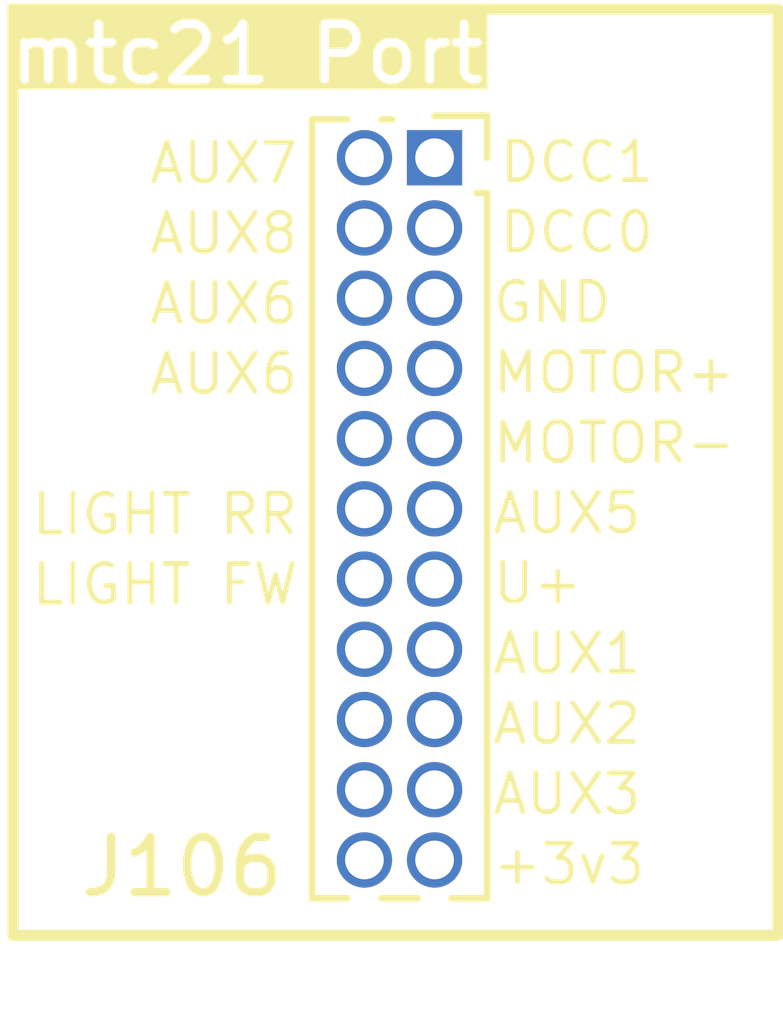
<source format=kicad_pcb>
(kicad_pcb (version 20240108) (generator "pcbnew") (generator_version "8.0")
  (layers (0 "F.Cu" signal) (31 "B.Cu" signal) (34 "B.Paste" user) (35 "F.Paste" user) (36 "B.SilkS" user "B.Silkscreen") (37 "F.SilkS" user "F.Silkscreen") (38 "B.Mask" user) (39 "F.Mask" user) (44 "Edge.Cuts" user))
  (net 0 "")
  (net 2 "/AUX7")
  (net 3 "/AMP_F0_F")
  (net 4 "/+3V3")
  (net 5 "/AUX8")
  (net 6 "/DCC1")
  (net 7 "/GND")
  (net 8 "/AMP_MOTOR1")
  (net 9 "/AMP_F0_R")
  (net 10 "/SPEAKER1")
  (net 11 "/AMP_AUX2")
  (net 12 "/AUX4")
  (net 13 "/AUX5")
  (net 14 "/SPEAKER0")
  (net 15 "/AMP_MOTOR0")
  (net 16 "/AMP_AUX3")
  (net 17 "/AMP_AUX1")
  (net 18 "/DCC0")
  (net 19 "/U+")
  (net 20 "/AUX6")
  (net 21 "/AUX910_ZBDATA")
  (net 22 "/AUX89_ZBCLK")
  (footprint "Connector_PinSocket_1.27mm:PinSocket_2x11_P1.27mm_Vertical" (layer "F.Cu") (at 126.754469 69.109385)
    (property "Reference" "J106" (at -4.572 12.827 0) (layer "F.SilkS"))
    (property "Value" "21mtc_mrkl")
    (fp_line (start -2.22 -0.695) (end -2.22 13.395) (stroke (width 0.12)) (layer "F.SilkS"))
    (fp_line (start -2.22 -0.695) (end -1.57753 -0.695) (stroke (width 0.12)) (layer "F.SilkS"))
    (fp_line (start -2.22 13.395) (end -1.57753 13.395) (stroke (width 0.12)) (layer "F.SilkS"))
    (fp_line (start -0.96247 -0.695) (end -0.76 -0.695) (stroke (width 0.12)) (layer "F.SilkS"))
    (fp_line (start -0.96247 13.395) (end -0.30753 13.395) (stroke (width 0.12)) (layer "F.SilkS"))
    (fp_line (start 0 -0.76) (end 0.95 -0.76) (stroke (width 0.12)) (layer "F.SilkS"))
    (fp_line (start 0.30753 13.395) (end 0.95 13.395) (stroke (width 0.12)) (layer "F.SilkS"))
    (fp_line (start 0.76 0.635) (end 0.95 0.635) (stroke (width 0.12)) (layer "F.SilkS"))
    (fp_line (start 0.95 -0.76) (end 0.95 0) (stroke (width 0.12)) (layer "F.SilkS"))
    (fp_line (start 0.95 0.635) (end 0.95 13.395) (stroke (width 0.12)) (layer "F.SilkS"))
    (pad "1" thru_hole rect (at 0 0) (size 1 1) (drill 0.7) (layers "*.Cu" "*.Mask") (net 2 "/AUX7"))
    (pad "2" thru_hole oval (at -1.27 0) (size 1 1) (drill 0.7) (layers "*.Cu" "*.Mask") (net 6 "/DCC1"))
    (pad "3" thru_hole oval (at 0 1.27) (size 1 1) (drill 0.7) (layers "*.Cu" "*.Mask") (net 5 "/AUX8"))
    (pad "4" thru_hole oval (at -1.27 1.27) (size 1 1) (drill 0.7) (layers "*.Cu" "*.Mask") (net 18 "/DCC0"))
    (pad "5" thru_hole oval (at 0 2.54) (size 1 1) (drill 0.7) (layers "*.Cu" "*.Mask") (net 20 "/AUX6"))
    (pad "6" thru_hole oval (at -1.27 2.54) (size 1 1) (drill 0.7) (layers "*.Cu" "*.Mask") (net 7 "/GND"))
    (pad "7" thru_hole oval (at 0 3.81) (size 1 1) (drill 0.7) (layers "*.Cu" "*.Mask") (net 12 "/AUX4"))
    (pad "8" thru_hole oval (at -1.27 3.81) (size 1 1) (drill 0.7) (layers "*.Cu" "*.Mask") (net 8 "/AMP_MOTOR1"))
    (pad "9" thru_hole oval (at 0 5.08) (size 1 1) (drill 0.7) (layers "*.Cu" "*.Mask") (net 22 "/AUX89_ZBCLK"))
    (pad "10" thru_hole oval (at -1.27 5.08) (size 1 1) (drill 0.7) (layers "*.Cu" "*.Mask") (net 15 "/AMP_MOTOR0"))
    (pad "11" thru_hole oval (at 0 6.35) (size 1 1) (drill 0.7) (layers "*.Cu" "*.Mask") (net 21 "/AUX910_ZBDATA"))
    (pad "12" thru_hole oval (at -1.27 6.35) (size 1 1) (drill 0.7) (layers "*.Cu" "*.Mask") (net 13 "/AUX5"))
    (pad "13" thru_hole oval (at 0 7.62) (size 1 1) (drill 0.7) (layers "*.Cu" "*.Mask") (net 9 "/AMP_F0_R"))
    (pad "14" thru_hole oval (at -1.27 7.62) (size 1 1) (drill 0.7) (layers "*.Cu" "*.Mask") (net 19 "/U+"))
    (pad "15" thru_hole oval (at 0 8.89) (size 1 1) (drill 0.7) (layers "*.Cu" "*.Mask") (net 3 "/AMP_F0_F"))
    (pad "16" thru_hole oval (at -1.27 8.89) (size 1 1) (drill 0.7) (layers "*.Cu" "*.Mask") (net 17 "/AMP_AUX1"))
    (pad "17" thru_hole oval (at 0 10.16) (size 1 1) (drill 0.7) (layers "*.Cu" "*.Mask") (net 14 "/SPEAKER0"))
    (pad "18" thru_hole oval (at -1.27 10.16) (size 1 1) (drill 0.7) (layers "*.Cu" "*.Mask") (net 11 "/AMP_AUX2"))
    (pad "19" thru_hole oval (at 0 11.43) (size 1 1) (drill 0.7) (layers "*.Cu" "*.Mask") (net 10 "/SPEAKER1"))
    (pad "20" thru_hole oval (at -1.27 11.43) (size 1 1) (drill 0.7) (layers "*.Cu" "*.Mask") (net 16 "/AMP_AUX3"))
    (pad "21" thru_hole oval (at 0 12.7) (size 1 1) (drill 0.7) (layers "*.Cu" "*.Mask"))
    (pad "22" thru_hole oval (at -1.27 12.7) (size 1 1) (drill 0.7) (layers "*.Cu" "*.Mask") (net 4 "/+3V3"))
  )
  (gr_rect (start 119.126 66.421) (end 132.969 83.174) (stroke (width 0.2)) (fill none) (layer "F.SilkS"))
  (gr_text "AUX3" (at 127.762 81.026 0) (layer "F.SilkS") (effects (font (size 0.7 0.7) (thickness 0.0875)) (justify left bottom)))
  (gr_text "MOTOR-" (at 127.762 74.676 0) (layer "F.SilkS") (effects (font (size 0.7 0.7) (thickness 0.0875)) (justify left bottom)))
  (gr_text "GND" (at 127.762 72.136 0) (layer "F.SilkS") (effects (font (size 0.7 0.7) (thickness 0.0875)) (justify left bottom)))
  (gr_text "DCC0" (at 127.889 70.866 0) (layer "F.SilkS") (effects (font (size 0.7 0.7) (thickness 0.0875)) (justify left bottom)))
  (gr_text "AUX6" (at 124.331469 72.157385 0) (layer "F.SilkS") (effects (font (size 0.7 0.7) (thickness 0.0875)) (justify right bottom)))
  (gr_text "DCC1" (at 127.889 69.596 0) (layer "F.SilkS") (effects (font (size 0.7 0.7) (thickness 0.0875)) (justify left bottom)))
  (gr_text "AUX6" (at 124.331469 73.427385 0) (layer "F.SilkS") (effects (font (size 0.7 0.7) (thickness 0.0875)) (justify right bottom)))
  (gr_text "mtc21 Port" (at 118.999 67.818 0) (layer "F.SilkS" knockout) (effects (font (size 1 1)) (justify left bottom)))
  (gr_text "LIGHT RR" (at 124.331469 75.967385 0) (layer "F.SilkS") (effects (font (size 0.7 0.7) (thickness 0.0875)) (justify right bottom)))
  (gr_text "+3v3" (at 127.762 82.296 0) (layer "F.SilkS") (effects (font (size 0.7 0.7) (thickness 0.0875)) (justify left bottom)))
  (gr_text "AUX5" (at 127.762 75.946 0) (layer "F.SilkS") (effects (font (size 0.7 0.7) (thickness 0.0875)) (justify left bottom)))
  (gr_text "MOTOR+\n" (at 127.762 73.406 0) (layer "F.SilkS") (effects (font (size 0.7 0.7) (thickness 0.0875)) (justify left bottom)))
  (gr_text "U+" (at 127.762 77.216 0) (layer "F.SilkS") (effects (font (size 0.7 0.7) (thickness 0.0875)) (justify left bottom)))
  (gr_text "AUX2" (at 127.762 79.756 0) (layer "F.SilkS") (effects (font (size 0.7 0.7) (thickness 0.0875)) (justify left bottom)))
  (gr_text "AUX1" (at 127.762 78.486 0) (layer "F.SilkS") (effects (font (size 0.7 0.7) (thickness 0.0875)) (justify left bottom)))
  (gr_text "LIGHT FW" (at 124.331469 77.237385 0) (layer "F.SilkS") (effects (font (size 0.7 0.7) (thickness 0.0875)) (justify right bottom)))
  (gr_text "AUX8" (at 124.331469 70.887385 0) (layer "F.SilkS") (effects (font (size 0.7 0.7) (thickness 0.0875)) (justify right bottom)))
  (gr_text "AUX7" (at 124.331469 69.617385 0) (layer "F.SilkS") (effects (font (size 0.7 0.7) (thickness 0.0875)) (justify right bottom)))
)
</source>
